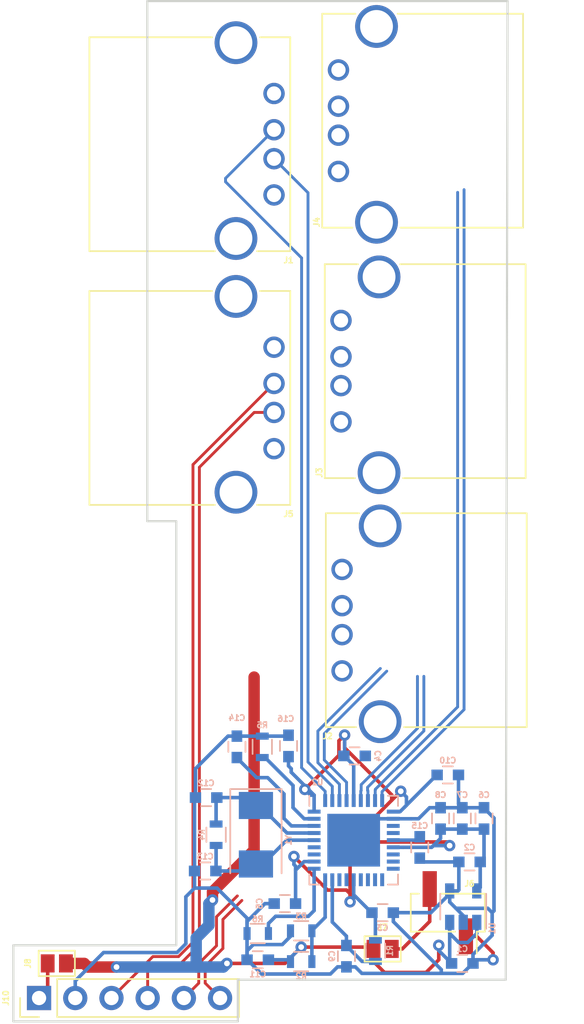
<source format=kicad_pcb>
(kicad_pcb (version 20171130) (host pcbnew "(5.0.0)")
  (layers (0 F.Cu signal) (31 B.Cu signal) (34 B.Paste user) (35 F.Paste user) (36 B.SilkS user) (37 F.SilkS user) (38 B.Mask user) (39 F.Mask user) (44 Edge.Cuts user))
  (net 0 "")
  (net 1 GND)
  (net 2 +5V)
  (net 3 +3V3)
  (net 4 "Net-(J4-Pad5)")
  (net 5 "Net-(C9-Pad2)")
  (net 6 "Net-(C12-Pad1)")
  (net 7 "Net-(C13-Pad1)")
  (net 8 "Net-(C14-Pad2)")
  (net 9 "Net-(C15-Pad2)")
  (net 10 "Net-(J5-Pad5)")
  (net 11 "Net-(J6-Pad2)")
  (net 12 "Net-(J10-Pad1)")
  (net 13 "Net-(R2-Pad1)")
  (net 14 "Net-(R5-Pad1)")
  (net 15 "Net-(R6-Pad1)")
  (net 16 USB1+)
  (net 17 USB1-)
  (net 18 USB2+)
  (net 19 USB2-)
  (net 20 USB3+)
  (net 21 USB3-)
  (net 22 USB4-)
  (net 23 USB4+)
  (net 24 USB5+)
  (net 25 USB5-)
  (net 26 USB_UP+)
  (net 27 USB_UP-)
  (module Crystals:Crystal_SMD_Abracon_ABM3-2pin_5.0x3.2mm (layer B.Cu) (at 245.11 153.035 270)
    (fp_text reference Y1 (at 0.381 -2.286 270) (layer B.SilkS) (effects (font (size 0.4 0.4) (thickness 0.1)) (justify mirror)))
    (fp_text value 25MHz/50ppm)
    (pad 1 smd rect (at -2.05 0 270) (size 1.9 2.4) (layers B.Cu B.Paste B.Mask) (net 6 "Net-(C12-Pad1)"))
    (pad 2 smd rect (at 2.05 0 270) (size 1.9 2.4) (layers B.Cu B.Paste B.Mask) (net 7 "Net-(C13-Pad1)"))
  )
  (module Pin_Headers:Pin_Header_Straight_1x02_Pitch2.54mm_SMD_Pin1Right (layer F.Cu) (at 258.572 158.496 270)
    (fp_text reference J6 (at -2.032 -1.524) (layer F.SilkS) (effects (font (size 0.4 0.4) (thickness 0.1))))
    (fp_text value Conn_01x02)
    (pad 2 smd rect (at -1.655 1.27 270) (size 2.51 1) (layers F.Cu F.Paste F.Mask) (net 11 "Net-(J6-Pad2)"))
    (pad 1 smd rect (at 1.655 -1.27 270) (size 2.51 1) (layers F.Cu F.Paste F.Mask) (net 1 GND))
  )
  (module Housings_DFN_QFN:QFN-36-1EP_6x6mm_Pitch0.5mm (layer B.Cu) (at 251.968 153.416 270)
    (fp_text reference U2 (at -4.064 2.54) (layer B.SilkS) (effects (font (size 0.4 0.4) (thickness 0.1)) (justify mirror)))
    (fp_text value USB2514B_Bi)
    (pad 37 smd rect (at 0 0 270) (size 3.7 3.7) (layers B.Cu B.Mask) (net 1 GND))
    (pad 36 smd rect (at -2 2.775 180) (size 0.9 0.28) (layers B.Cu B.Paste B.Mask) (net 3 +3V3))
    (pad 35 smd rect (at -1.5 2.775 180) (size 0.9 0.28) (layers B.Cu B.Paste B.Mask) (net 14 "Net-(R5-Pad1)"))
    (pad 34 smd rect (at -1 2.775 180) (size 0.9 0.28) (layers B.Cu B.Paste B.Mask) (net 8 "Net-(C14-Pad2)"))
    (pad 33 smd rect (at -0.5 2.775 180) (size 0.9 0.28) (layers B.Cu B.Paste B.Mask) (net 6 "Net-(C12-Pad1)"))
    (pad 32 smd rect (at 0 2.775 180) (size 0.9 0.28) (layers B.Cu B.Paste B.Mask) (net 7 "Net-(C13-Pad1)"))
    (pad 31 smd rect (at 0.5 2.775 180) (size 0.9 0.28) (layers B.Cu B.Paste B.Mask) (net 26 USB_UP+))
    (pad 30 smd rect (at 1 2.775 180) (size 0.9 0.28) (layers B.Cu B.Paste B.Mask) (net 27 USB_UP-))
    (pad 29 smd rect (at 1.5 2.775 180) (size 0.9 0.28) (layers B.Cu B.Paste B.Mask) (net 3 +3V3))
    (pad 28 smd rect (at 2 2.775 180) (size 0.9 0.28) (layers B.Cu B.Paste B.Mask) (net 15 "Net-(R6-Pad1)"))
    (pad 27 smd rect (at 2.775 2 270) (size 0.9 0.28) (layers B.Cu B.Paste B.Mask) (net 13 "Net-(R2-Pad1)"))
    (pad 26 smd rect (at 2.775 1.5 270) (size 0.9 0.28) (layers B.Cu B.Paste B.Mask) (net 5 "Net-(C9-Pad2)"))
    (pad 25 smd rect (at 2.775 1 270) (size 0.9 0.28) (layers B.Cu B.Paste B.Mask))
    (pad 24 smd rect (at 2.775 0.5 270) (size 0.9 0.28) (layers B.Cu B.Paste B.Mask))
    (pad 23 smd rect (at 2.775 0 270) (size 0.9 0.28) (layers B.Cu B.Paste B.Mask) (net 3 +3V3))
    (pad 22 smd rect (at 2.775 -0.5 270) (size 0.9 0.28) (layers B.Cu B.Paste B.Mask))
    (pad 21 smd rect (at 2.775 -1 270) (size 0.9 0.28) (layers B.Cu B.Paste B.Mask))
    (pad 20 smd rect (at 2.775 -1.5 270) (size 0.9 0.28) (layers B.Cu B.Paste B.Mask))
    (pad 19 smd rect (at 2.775 -2 270) (size 0.9 0.28) (layers B.Cu B.Paste B.Mask))
    (pad 18 smd rect (at 2 -2.775 180) (size 0.9 0.28) (layers B.Cu B.Paste B.Mask))
    (pad 17 smd rect (at 1.5 -2.775 180) (size 0.9 0.28) (layers B.Cu B.Paste B.Mask))
    (pad 16 smd rect (at 1 -2.775 180) (size 0.9 0.28) (layers B.Cu B.Paste B.Mask))
    (pad 15 smd rect (at 0.5 -2.775 180) (size 0.9 0.28) (layers B.Cu B.Paste B.Mask) (net 3 +3V3))
    (pad 14 smd rect (at 0 -2.775 180) (size 0.9 0.28) (layers B.Cu B.Paste B.Mask) (net 9 "Net-(C15-Pad2)"))
    (pad 13 smd rect (at -0.5 -2.775 180) (size 0.9 0.28) (layers B.Cu B.Paste B.Mask))
    (pad 12 smd rect (at -1 -2.775 180) (size 0.9 0.28) (layers B.Cu B.Paste B.Mask))
    (pad 11 smd rect (at -1.5 -2.775 180) (size 0.9 0.28) (layers B.Cu B.Paste B.Mask) (net 1 GND))
    (pad 10 smd rect (at -2 -2.775 180) (size 0.9 0.28) (layers B.Cu B.Paste B.Mask) (net 3 +3V3))
    (pad 9 smd rect (at -2.775 -2 270) (size 0.9 0.28) (layers B.Cu B.Paste B.Mask) (net 23 USB4+))
    (pad 8 smd rect (at -2.775 -1.5 270) (size 0.9 0.28) (layers B.Cu B.Paste B.Mask) (net 22 USB4-))
    (pad 7 smd rect (at -2.775 -1 270) (size 0.9 0.28) (layers B.Cu B.Paste B.Mask) (net 20 USB3+))
    (pad 6 smd rect (at -2.775 -0.5 270) (size 0.9 0.28) (layers B.Cu B.Paste B.Mask) (net 21 USB3-))
    (pad 5 smd rect (at -2.775 0 270) (size 0.9 0.28) (layers B.Cu B.Paste B.Mask) (net 3 +3V3))
    (pad 4 smd rect (at -2.775 0.5 270) (size 0.9 0.28) (layers B.Cu B.Paste B.Mask) (net 18 USB2+))
    (pad 3 smd rect (at -2.775 1 270) (size 0.9 0.28) (layers B.Cu B.Paste B.Mask) (net 19 USB2-))
    (pad 2 smd rect (at -2.775 1.5 270) (size 0.9 0.28) (layers B.Cu B.Paste B.Mask) (net 16 USB1+))
    (pad 1 smd rect (at -2.775 2 270) (size 0.9 0.28) (layers B.Cu B.Paste B.Mask) (net 17 USB1-))
  )
  (module ucan_custom:UCCB_outline (layer F.Cu) (at 246.38 101.092 270)
    (fp_text reference J1 (at 11.684 -1.016) (layer F.SilkS) (effects (font (size 0.4 0.4) (thickness 0.1))))
    (fp_text value USB_A)
    (pad 4 thru_hole circle (at 7.11 0 180) (size 1.5 1.5) (drill 1) (layers *.Cu *.Mask) (net 1 GND))
    (pad 3 thru_hole circle (at 4.57 0 180) (size 1.5 1.5) (drill 1) (layers *.Cu *.Mask) (net 16 USB1+))
    (pad 2 thru_hole circle (at 2.54 0 180) (size 1.5 1.5) (drill 1) (layers *.Cu *.Mask) (net 17 USB1-))
    (pad 1 thru_hole circle (at 0 0 180) (size 1.5 1.5) (drill 1) (layers *.Cu *.Mask) (net 2 +5V))
    (pad 5 thru_hole circle (at 10.16 2.67 180) (size 3 3) (drill 2.3) (layers *.Cu *.Mask) (net 1 GND))
    (pad 5 thru_hole circle (at -3.56 2.67 180) (size 3 3) (drill 2.3) (layers *.Cu *.Mask) (net 1 GND))
  )
  (module ucan_custom:UCCB_outline (layer F.Cu) (at 251.1552 141.5542 90)
    (fp_text reference J2 (at -4.572 -1.016 -180) (layer F.SilkS) (effects (font (size 0.4 0.4) (thickness 0.1))))
    (fp_text value USB_A)
    (pad 4 thru_hole circle (at 7.11 0) (size 1.5 1.5) (drill 1) (layers *.Cu *.Mask) (net 1 GND))
    (pad 3 thru_hole circle (at 4.57 0) (size 1.5 1.5) (drill 1) (layers *.Cu *.Mask) (net 18 USB2+))
    (pad 2 thru_hole circle (at 2.54 0) (size 1.5 1.5) (drill 1) (layers *.Cu *.Mask) (net 19 USB2-))
    (pad 1 thru_hole circle (at 0 0) (size 1.5 1.5) (drill 1) (layers *.Cu *.Mask) (net 2 +5V))
    (pad 5 thru_hole circle (at 10.16 2.67) (size 3 3) (drill 2.3) (layers *.Cu *.Mask) (net 1 GND))
    (pad 5 thru_hole circle (at -3.56 2.67) (size 3 3) (drill 2.3) (layers *.Cu *.Mask) (net 1 GND))
  )
  (module Capacitors_SMD:C_0603 (layer B.Cu) (at 259.588 162.052 180)
    (fp_text reference C1 (at 0 1.016 180) (layer B.SilkS) (effects (font (size 0.4 0.4) (thickness 0.1)) (justify mirror)))
    (fp_text value 100n)
    (pad 1 smd rect (at -0.75 0 180) (size 0.8 0.75) (layers B.Cu B.Paste B.Mask) (net 1 GND))
    (pad 2 smd rect (at 0.75 0 180) (size 0.8 0.75) (layers B.Cu B.Paste B.Mask) (net 2 +5V))
  )
  (module Capacitors_SMD:C_0603 (layer B.Cu) (at 260.096 154.94)
    (fp_text reference C2 (at 0 -1.016) (layer B.SilkS) (effects (font (size 0.4 0.4) (thickness 0.1)) (justify mirror)))
    (fp_text value 100n)
    (pad 2 smd rect (at 0.75 0) (size 0.8 0.75) (layers B.Cu B.Paste B.Mask) (net 3 +3V3))
    (pad 1 smd rect (at -0.75 0) (size 0.8 0.75) (layers B.Cu B.Paste B.Mask) (net 1 GND))
  )
  (module Capacitors_SMD:C_0603 (layer B.Cu) (at 254 158.496)
    (fp_text reference C3 (at 0 1.064409) (layer B.SilkS) (effects (font (size 0.4 0.4) (thickness 0.1)) (justify mirror)))
    (fp_text value 100n)
    (pad 1 smd rect (at -0.75 0) (size 0.8 0.75) (layers B.Cu B.Paste B.Mask) (net 3 +3V3))
    (pad 2 smd rect (at 0.75 0) (size 0.8 0.75) (layers B.Cu B.Paste B.Mask) (net 1 GND))
  )
  (module Capacitors_SMD:C_0603 (layer B.Cu) (at 252.0315 147.5105)
    (fp_text reference C4 (at 1.651 0 270) (layer B.SilkS) (effects (font (size 0.4 0.4) (thickness 0.1)) (justify mirror)))
    (fp_text value 100n)
    (pad 2 smd rect (at 0.75 0) (size 0.8 0.75) (layers B.Cu B.Paste B.Mask) (net 1 GND))
    (pad 1 smd rect (at -0.75 0) (size 0.8 0.75) (layers B.Cu B.Paste B.Mask) (net 3 +3V3))
  )
  (module Capacitors_SMD:C_0603 (layer B.Cu) (at 247.142 157.861 180)
    (fp_text reference C5 (at 1.778 0 90) (layer B.SilkS) (effects (font (size 0.4 0.4) (thickness 0.1)) (justify mirror)))
    (fp_text value 100n)
    (pad 1 smd rect (at -0.75 0 180) (size 0.8 0.75) (layers B.Cu B.Paste B.Mask) (net 3 +3V3))
    (pad 2 smd rect (at 0.75 0 180) (size 0.8 0.75) (layers B.Cu B.Paste B.Mask) (net 1 GND))
  )
  (module Capacitors_SMD:C_0603 (layer B.Cu) (at 261.112 151.892 90)
    (fp_text reference C6 (at 1.651 0) (layer B.SilkS) (effects (font (size 0.4 0.4) (thickness 0.1)) (justify mirror)))
    (fp_text value 100n)
    (pad 2 smd rect (at 0.75 0 90) (size 0.8 0.75) (layers B.Cu B.Paste B.Mask) (net 1 GND))
    (pad 1 smd rect (at -0.75 0 90) (size 0.8 0.75) (layers B.Cu B.Paste B.Mask) (net 3 +3V3))
  )
  (module Capacitors_SMD:C_0603 (layer B.Cu) (at 259.588 151.892 90)
    (fp_text reference C7 (at 1.651 0 180) (layer B.SilkS) (effects (font (size 0.4 0.4) (thickness 0.1)) (justify mirror)))
    (fp_text value 100n)
    (pad 1 smd rect (at -0.75 0 90) (size 0.8 0.75) (layers B.Cu B.Paste B.Mask) (net 3 +3V3))
    (pad 2 smd rect (at 0.75 0 90) (size 0.8 0.75) (layers B.Cu B.Paste B.Mask) (net 1 GND))
  )
  (module Capacitors_SMD:C_0603 (layer B.Cu) (at 258.064 151.892 90)
    (fp_text reference C8 (at 1.651 0 180) (layer B.SilkS) (effects (font (size 0.4 0.4) (thickness 0.1)) (justify mirror)))
    (fp_text value 4.7u)
    (pad 2 smd rect (at 0.75 0 90) (size 0.8 0.75) (layers B.Cu B.Paste B.Mask) (net 1 GND))
    (pad 1 smd rect (at -0.75 0 90) (size 0.8 0.75) (layers B.Cu B.Paste B.Mask) (net 3 +3V3))
  )
  (module ucan_custom:UCCB_outline (layer F.Cu) (at 250.9012 106.553 90)
    (fp_text reference J4 (at -3.556 -1.524 90) (layer F.SilkS) (effects (font (size 0.4 0.4) (thickness 0.1))))
    (fp_text value USB_A)
    (pad 5 thru_hole circle (at -3.56 2.67) (size 3 3) (drill 2.3) (layers *.Cu *.Mask) (net 4 "Net-(J4-Pad5)"))
    (pad 5 thru_hole circle (at 10.16 2.67) (size 3 3) (drill 2.3) (layers *.Cu *.Mask) (net 4 "Net-(J4-Pad5)"))
    (pad 1 thru_hole circle (at 0 0) (size 1.5 1.5) (drill 1) (layers *.Cu *.Mask) (net 2 +5V))
    (pad 2 thru_hole circle (at 2.54 0) (size 1.5 1.5) (drill 1) (layers *.Cu *.Mask) (net 22 USB4-))
    (pad 3 thru_hole circle (at 4.57 0) (size 1.5 1.5) (drill 1) (layers *.Cu *.Mask) (net 23 USB4+))
    (pad 4 thru_hole circle (at 7.11 0) (size 1.5 1.5) (drill 1) (layers *.Cu *.Mask) (net 1 GND))
  )
  (module ucan_custom:UCCB_outline (layer F.Cu) (at 246.38 118.872 270)
    (fp_text reference J5 (at 11.684 -1.016) (layer F.SilkS) (effects (font (size 0.4 0.4) (thickness 0.1))))
    (fp_text value USB_A)
    (pad 4 thru_hole circle (at 7.11 0 180) (size 1.5 1.5) (drill 1) (layers *.Cu *.Mask) (net 1 GND))
    (pad 3 thru_hole circle (at 4.57 0 180) (size 1.5 1.5) (drill 1) (layers *.Cu *.Mask) (net 24 USB5+))
    (pad 2 thru_hole circle (at 2.54 0 180) (size 1.5 1.5) (drill 1) (layers *.Cu *.Mask) (net 25 USB5-))
    (pad 1 thru_hole circle (at 0 0 180) (size 1.5 1.5) (drill 1) (layers *.Cu *.Mask) (net 2 +5V))
    (pad 5 thru_hole circle (at 10.16 2.67 180) (size 3 3) (drill 2.3) (layers *.Cu *.Mask) (net 10 "Net-(J5-Pad5)"))
    (pad 5 thru_hole circle (at -3.56 2.67 180) (size 3 3) (drill 2.3) (layers *.Cu *.Mask) (net 10 "Net-(J5-Pad5)"))
  )
  (module TO_SOT_Packages_SMD:SOT-23-5 (layer B.Cu) (at 259.654 158.072 90)
    (fp_text reference U1 (at -1.524 2.032 90) (layer B.SilkS) (effects (font (size 0.4 0.4) (thickness 0.1)) (justify mirror)))
    (fp_text value MIC5504-3.3YM5)
    (pad 5 smd rect (at 1.1 0.95 90) (size 1.06 0.65) (layers B.Cu B.Paste B.Mask) (net 3 +3V3))
    (pad 4 smd rect (at 1.1 -0.95 90) (size 1.06 0.65) (layers B.Cu B.Paste B.Mask) (net 1 GND))
    (pad 3 smd rect (at -1.1 -0.95 90) (size 1.06 0.65) (layers B.Cu B.Paste B.Mask) (net 2 +5V))
    (pad 2 smd rect (at -1.1 0 90) (size 1.06 0.65) (layers B.Cu B.Paste B.Mask) (net 1 GND))
    (pad 1 smd rect (at -1.1 0.95 90) (size 1.06 0.65) (layers B.Cu B.Paste B.Mask) (net 2 +5V))
  )
  (module Capacitors_SMD:C_0603 (layer B.Cu) (at 251.46 161.544 90)
    (fp_text reference C9 (at 0 -1.016 90) (layer B.SilkS) (effects (font (size 0.4 0.4) (thickness 0.1)) (justify mirror)))
    (fp_text value 0,1uF)
    (pad 2 smd rect (at 0.75 0 90) (size 0.8 0.75) (layers B.Cu B.Paste B.Mask) (net 5 "Net-(C9-Pad2)"))
    (pad 1 smd rect (at -0.75 0 90) (size 0.8 0.75) (layers B.Cu B.Paste B.Mask) (net 1 GND))
  )
  (module Capacitors_SMD:C_0603 (layer B.Cu) (at 258.572 148.844)
    (fp_text reference C10 (at 0 -1.016) (layer B.SilkS) (effects (font (size 0.4 0.4) (thickness 0.1)) (justify mirror)))
    (fp_text value 100n)
    (pad 2 smd rect (at 0.75 0) (size 0.8 0.75) (layers B.Cu B.Paste B.Mask) (net 1 GND))
    (pad 1 smd rect (at -0.75 0) (size 0.8 0.75) (layers B.Cu B.Paste B.Mask) (net 3 +3V3))
  )
  (module Capacitors_SMD:C_0603 (layer B.Cu) (at 245.237 161.798)
    (fp_text reference C11 (at 0 1.016) (layer B.SilkS) (effects (font (size 0.4 0.4) (thickness 0.1)) (justify mirror)))
    (fp_text value 1uF)
    (pad 1 smd rect (at -0.75 0) (size 0.8 0.75) (layers B.Cu B.Paste B.Mask) (net 1 GND))
    (pad 2 smd rect (at 0.75 0) (size 0.8 0.75) (layers B.Cu B.Paste B.Mask) (net 2 +5V))
  )
  (module Capacitors_SMD:C_0603 (layer B.Cu) (at 241.6175 150.4315 180)
    (fp_text reference C12 (at 0 1.016 180) (layer B.SilkS) (effects (font (size 0.4 0.4) (thickness 0.1)) (justify mirror)))
    (fp_text value 18p)
    (pad 1 smd rect (at -0.75 0 180) (size 0.8 0.75) (layers B.Cu B.Paste B.Mask) (net 6 "Net-(C12-Pad1)"))
    (pad 2 smd rect (at 0.75 0 180) (size 0.8 0.75) (layers B.Cu B.Paste B.Mask) (net 1 GND))
  )
  (module Capacitors_SMD:C_0603 (layer B.Cu) (at 241.554 155.575 180)
    (fp_text reference C13 (at 0 1.016 180) (layer B.SilkS) (effects (font (size 0.4 0.4) (thickness 0.1)) (justify mirror)))
    (fp_text value 18p)
    (pad 2 smd rect (at 0.75 0 180) (size 0.8 0.75) (layers B.Cu B.Paste B.Mask) (net 1 GND))
    (pad 1 smd rect (at -0.75 0 180) (size 0.8 0.75) (layers B.Cu B.Paste B.Mask) (net 7 "Net-(C13-Pad1)"))
  )
  (module Capacitors_SMD:C_0603 (layer B.Cu) (at 243.7765 146.8755 270)
    (fp_text reference C14 (at -2.032 0) (layer B.SilkS) (effects (font (size 0.4 0.4) (thickness 0.1)) (justify mirror)))
    (fp_text value 0,1u)
    (pad 1 smd rect (at -0.75 0 270) (size 0.8 0.75) (layers B.Cu B.Paste B.Mask) (net 1 GND))
    (pad 2 smd rect (at 0.75 0 270) (size 0.8 0.75) (layers B.Cu B.Paste B.Mask) (net 8 "Net-(C14-Pad2)"))
  )
  (module Capacitors_SMD:C_0603 (layer B.Cu) (at 256.6035 153.924 90)
    (fp_text reference C15 (at 1.524 0 180) (layer B.SilkS) (effects (font (size 0.4 0.4) (thickness 0.1)) (justify mirror)))
    (fp_text value 0,1u)
    (pad 1 smd rect (at -0.75 0 90) (size 0.8 0.75) (layers B.Cu B.Paste B.Mask) (net 1 GND))
    (pad 2 smd rect (at 0.75 0 90) (size 0.8 0.75) (layers B.Cu B.Paste B.Mask) (net 9 "Net-(C15-Pad2)"))
  )
  (module Connectors:GS2 (layer F.Cu) (at 254 161.036 90)
    (fp_text reference J7 (at 1.524 0 180) (layer F.SilkS) (effects (font (size 0.4 0.4) (thickness 0.1))))
    (fp_text value GS2)
    (pad 1 smd rect (at 0 -0.64 90) (size 1.27 0.97) (layers F.Cu F.Paste F.Mask) (net 2 +5V))
    (pad 2 smd rect (at 0 0.64 90) (size 1.27 0.97) (layers F.Cu F.Paste F.Mask) (net 11 "Net-(J6-Pad2)"))
  )
  (module Connectors:GS2 (layer F.Cu) (at 231.14 162.052 90)
    (fp_text reference J8 (at 0 -2.032 90) (layer F.SilkS) (effects (font (size 0.4 0.4) (thickness 0.1))))
    (fp_text value GS2)
    (pad 2 smd rect (at 0 0.64 90) (size 1.27 0.97) (layers F.Cu F.Paste F.Mask) (net 2 +5V))
    (pad 1 smd rect (at 0 -0.64 90) (size 1.27 0.97) (layers F.Cu F.Paste F.Mask) (net 12 "Net-(J10-Pad1)"))
  )
  (module Pin_Headers:Pin_Header_Straight_1x06_Pitch2.54mm (layer F.Cu) (at 229.8954 164.4777 90)
    (fp_text reference J10 (at 0 -2.33 90) (layer F.SilkS) (effects (font (size 0.4 0.4) (thickness 0.1))))
    (fp_text value OrangePiCon)
    (pad 6 thru_hole oval (at 0 12.7 90) (size 1.7 1.7) (drill 1) (layers *.Cu *.Mask) (net 26 USB_UP+))
    (pad 5 thru_hole oval (at 0 10.16 90) (size 1.7 1.7) (drill 1) (layers *.Cu *.Mask) (net 27 USB_UP-))
    (pad 4 thru_hole oval (at 0 7.62 90) (size 1.7 1.7) (drill 1) (layers *.Cu *.Mask) (net 24 USB5+))
    (pad 3 thru_hole oval (at 0 5.08 90) (size 1.7 1.7) (drill 1) (layers *.Cu *.Mask) (net 25 USB5-))
    (pad 2 thru_hole oval (at 0 2.54 90) (size 1.7 1.7) (drill 1) (layers *.Cu *.Mask) (net 1 GND))
    (pad 1 thru_hole rect (at 0 0 90) (size 1.7 1.7) (drill 1) (layers *.Cu *.Mask) (net 12 "Net-(J10-Pad1)"))
  )
  (module Resistors_SMD:R_0603 (layer B.Cu) (at 253.492 161.163 270)
    (fp_text reference R1 (at 0 -1.016 270) (layer B.SilkS) (effects (font (size 0.4 0.4) (thickness 0.1)) (justify mirror)))
    (fp_text value 100k)
    (pad 1 smd rect (at -0.75 0 270) (size 0.5 0.9) (layers B.Cu B.Paste B.Mask) (net 3 +3V3))
    (pad 2 smd rect (at 0.75 0 270) (size 0.5 0.9) (layers B.Cu B.Paste B.Mask) (net 5 "Net-(C9-Pad2)"))
  )
  (module Resistors_SMD:R_0603 (layer B.Cu) (at 248.285 161.925 180)
    (fp_text reference R2 (at 0 -1.016 180) (layer B.SilkS) (effects (font (size 0.4 0.4) (thickness 0.1)) (justify mirror)))
    (fp_text value 100k)
    (pad 1 smd rect (at -0.75 0 180) (size 0.5 0.9) (layers B.Cu B.Paste B.Mask) (net 13 "Net-(R2-Pad1)"))
    (pad 2 smd rect (at 0.75 0 180) (size 0.5 0.9) (layers B.Cu B.Paste B.Mask) (net 2 +5V))
  )
  (module Resistors_SMD:R_0603 (layer B.Cu) (at 248.285 159.766)
    (fp_text reference R3 (at 0 -1.016) (layer B.SilkS) (effects (font (size 0.4 0.4) (thickness 0.1)) (justify mirror)))
    (fp_text value 100k)
    (pad 2 smd rect (at 0.75 0) (size 0.5 0.9) (layers B.Cu B.Paste B.Mask) (net 13 "Net-(R2-Pad1)"))
    (pad 1 smd rect (at -0.75 0) (size 0.5 0.9) (layers B.Cu B.Paste B.Mask) (net 1 GND))
  )
  (module Resistors_SMD:R_0603 (layer B.Cu) (at 242.316 153.035 270)
    (fp_text reference R4 (at 0 1.016 270) (layer B.SilkS) (effects (font (size 0.4 0.4) (thickness 0.1)) (justify mirror)))
    (fp_text value 1M)
    (pad 2 smd rect (at 0.75 0 270) (size 0.5 0.9) (layers B.Cu B.Paste B.Mask) (net 7 "Net-(C13-Pad1)"))
    (pad 1 smd rect (at -0.75 0 270) (size 0.5 0.9) (layers B.Cu B.Paste B.Mask) (net 6 "Net-(C12-Pad1)"))
  )
  (module Resistors_SMD:R_0603 (layer B.Cu) (at 245.5545 146.8755 90)
    (fp_text reference R5 (at 1.524 0 180) (layer B.SilkS) (effects (font (size 0.4 0.4) (thickness 0.1)) (justify mirror)))
    (fp_text value "12k(1%)")
    (pad 2 smd rect (at 0.75 0 90) (size 0.5 0.9) (layers B.Cu B.Paste B.Mask) (net 1 GND))
    (pad 1 smd rect (at -0.75 0 90) (size 0.5 0.9) (layers B.Cu B.Paste B.Mask) (net 14 "Net-(R5-Pad1)"))
  )
  (module Resistors_SMD:R_0603 (layer B.Cu) (at 245.237 159.9565 180)
    (fp_text reference R6 (at 0 1.016 180) (layer B.SilkS) (effects (font (size 0.4 0.4) (thickness 0.1)) (justify mirror)))
    (fp_text value 100k)
    (pad 2 smd rect (at 0.75 0 180) (size 0.5 0.9) (layers B.Cu B.Paste B.Mask) (net 1 GND))
    (pad 1 smd rect (at -0.75 0 180) (size 0.5 0.9) (layers B.Cu B.Paste B.Mask) (net 15 "Net-(R6-Pad1)"))
  )
  (module ucan_custom:UCCB_outline (layer F.Cu) (at 251.079 124.1044 90)
    (fp_text reference J3 (at -3.556 -1.524 90) (layer F.SilkS) (effects (font (size 0.4 0.4) (thickness 0.1))))
    (fp_text value USB_A)
    (pad 4 thru_hole circle (at 7.11 0) (size 1.5 1.5) (drill 1) (layers *.Cu *.Mask) (net 1 GND))
    (pad 3 thru_hole circle (at 4.57 0) (size 1.5 1.5) (drill 1) (layers *.Cu *.Mask) (net 20 USB3+))
    (pad 2 thru_hole circle (at 2.54 0) (size 1.5 1.5) (drill 1) (layers *.Cu *.Mask) (net 21 USB3-))
    (pad 1 thru_hole circle (at 0 0) (size 1.5 1.5) (drill 1) (layers *.Cu *.Mask) (net 2 +5V))
    (pad 5 thru_hole circle (at 10.16 2.67) (size 3 3) (drill 2.3) (layers *.Cu *.Mask) (net 1 GND))
    (pad 5 thru_hole circle (at -3.56 2.67) (size 3 3) (drill 2.3) (layers *.Cu *.Mask) (net 1 GND))
  )
  (module Capacitors_SMD:C_0603 (layer B.Cu) (at 247.396 146.812 90)
    (fp_text reference C16 (at 1.905 -0.1905 180) (layer B.SilkS) (effects (font (size 0.4 0.4) (thickness 0.1)) (justify mirror)))
    (fp_text value 100n)
    (pad 1 smd rect (at -0.75 0 90) (size 0.8 0.75) (layers B.Cu B.Paste B.Mask) (net 3 +3V3))
    (pad 2 smd rect (at 0.75 0 90) (size 0.8 0.75) (layers B.Cu B.Paste B.Mask) (net 1 GND))
  )
  (gr_line (start 237.49 131.064) (end 239.522 131.064) (layer Edge.Cuts) (width 0.15))
  (gr_line (start 237.49 131.064) (end 237.49 94.615) (layer Edge.Cuts) (width 0.15))
  (gr_line (start 243.84 163.195) (end 262.636 163.195) (layer Edge.Cuts) (width 0.15))
  (gr_line (start 243.84 166.116) (end 243.84 163.195) (layer Edge.Cuts) (width 0.15))
  (gr_line (start 243.84 166.116) (end 228.092 166.116) (layer Edge.Cuts) (width 0.15))
  (gr_line (start 262.763 94.615) (end 262.636 163.195) (layer Edge.Cuts) (width 0.15))
  (gr_line (start 237.49 94.615) (end 262.763 94.615) (layer Edge.Cuts) (width 0.15))
  (gr_line (start 239.522 160.782) (end 239.522 131.064) (layer Edge.Cuts) (width 0.15))
  (gr_line (start 228.092 160.782) (end 239.522 160.782) (layer Edge.Cuts) (width 0.15))
  (gr_line (start 228.092 166.116) (end 228.092 160.782) (layer Edge.Cuts) (width 0.15))
  (segment (start 244.487 159.116) (end 244.487 159.2565) (width 0.25) (layer B.Cu) (net 1))
  (segment (start 246.392 157.861) (end 245.742 157.861) (width 0.25) (layer B.Cu) (net 1))
  (segment (start 245.742 157.861) (end 244.487 159.116) (width 0.25) (layer B.Cu) (net 1))
  (segment (start 244.487 159.9565) (end 244.487 161.798) (width 0.25) (layer B.Cu) (net 1))
  (segment (start 247.535 160.1565) (end 247.535 159.9565) (width 0.25) (layer B.Cu) (net 1))
  (segment (start 246.959999 160.731501) (end 247.535 160.1565) (width 0.25) (layer B.Cu) (net 1))
  (segment (start 244.928499 160.731501) (end 246.959999 160.731501) (width 0.25) (layer B.Cu) (net 1))
  (segment (start 244.487 161.798) (end 244.487 161.173) (width 0.25) (layer B.Cu) (net 1))
  (segment (start 244.487 161.173) (end 244.928499 160.731501) (width 0.25) (layer B.Cu) (net 1))
  (segment (start 240.804 150.495) (end 240.8675 150.4315) (width 0.25) (layer B.Cu) (net 1))
  (segment (start 240.804 155.575) (end 240.804 150.495) (width 0.25) (layer B.Cu) (net 1))
  (segment (start 261.112 151.142) (end 257.29 151.142) (width 0.25) (layer B.Cu) (net 1))
  (segment (start 256.008 151.916) (end 254.743 151.916) (width 0.25) (layer B.Cu) (net 1))
  (segment (start 257.29 151.142) (end 256.516 151.916) (width 0.25) (layer B.Cu) (net 1))
  (segment (start 259.279 156.972) (end 258.704 156.972) (width 0.25) (layer B.Cu) (net 1))
  (segment (start 259.346 154.94) (end 259.346 156.905) (width 0.25) (layer B.Cu) (net 1))
  (segment (start 259.346 156.905) (end 259.279 156.972) (width 0.25) (layer B.Cu) (net 1))
  (segment (start 256.516 151.916) (end 256.008 151.916) (width 0.25) (layer B.Cu) (net 1))
  (segment (start 259.654 158.702) (end 259.654 159.172) (width 0.25) (layer B.Cu) (net 1))
  (segment (start 258.704 156.972) (end 258.704 157.752) (width 0.25) (layer B.Cu) (net 1))
  (segment (start 256.8575 154.94) (end 259.346 154.94) (width 0.25) (layer B.Cu) (net 1))
  (segment (start 256.667 154.7495) (end 256.8575 154.94) (width 0.25) (layer B.Cu) (net 1))
  (segment (start 259.1435 158.1915) (end 261.379 158.1915) (width 0.25) (layer B.Cu) (net 1))
  (segment (start 258.704 157.752) (end 259.1435 158.1915) (width 0.25) (layer B.Cu) (net 1))
  (segment (start 259.1435 158.1915) (end 259.654 158.702) (width 0.25) (layer B.Cu) (net 1))
  (segment (start 261.379 158.1915) (end 261.6835 158.496) (width 0.25) (layer B.Cu) (net 1))
  (segment (start 260.338 161.427) (end 260.338 162.052) (width 0.25) (layer B.Cu) (net 1))
  (segment (start 261.6835 158.496) (end 261.6835 160.0815) (width 0.25) (layer B.Cu) (net 1))
  (segment (start 261.6835 160.0815) (end 260.338 161.427) (width 0.25) (layer B.Cu) (net 1))
  (segment (start 258.704 157.177) (end 258.704 156.972) (width 0.25) (layer B.Cu) (net 1))
  (segment (start 254.75 158.496) (end 257.385 158.496) (width 0.25) (layer B.Cu) (net 1))
  (segment (start 257.385 158.496) (end 258.704 157.177) (width 0.25) (layer B.Cu) (net 1))
  (segment (start 259.322 150.876) (end 259.588 151.142) (width 0.25) (layer B.Cu) (net 1))
  (segment (start 259.322 148.844) (end 259.322 150.876) (width 0.25) (layer B.Cu) (net 1))
  (segment (start 261.812001 158.367499) (end 261.6835 158.496) (width 0.25) (layer B.Cu) (net 1))
  (segment (start 261.812001 151.867001) (end 261.812001 158.367499) (width 0.25) (layer B.Cu) (net 1))
  (segment (start 261.112 151.142) (end 261.112 151.167) (width 0.25) (layer B.Cu) (net 1))
  (segment (start 261.112 151.167) (end 261.812001 151.867001) (width 0.25) (layer B.Cu) (net 1))
  (segment (start 254.75 158.496) (end 254.75 159.121) (width 0.25) (layer B.Cu) (net 1))
  (segment (start 254.75 159.121) (end 258.112999 162.483999) (width 0.25) (layer B.Cu) (net 1))
  (segment (start 258.112999 162.483999) (end 258.112999 162.687001) (width 0.25) (layer B.Cu) (net 1))
  (segment (start 258.112999 162.687001) (end 258.177999 162.752001) (width 0.25) (layer B.Cu) (net 1))
  (segment (start 260.313 162.052) (end 260.338 162.052) (width 0.25) (layer B.Cu) (net 1))
  (segment (start 258.177999 162.752001) (end 259.612999 162.752001) (width 0.25) (layer B.Cu) (net 1))
  (segment (start 259.612999 162.752001) (end 260.313 162.052) (width 0.25) (layer B.Cu) (net 1))
  (segment (start 252.085 162.294) (end 251.46 162.294) (width 0.25) (layer B.Cu) (net 1))
  (segment (start 258.177999 162.752001) (end 252.543001 162.752001) (width 0.25) (layer B.Cu) (net 1))
  (segment (start 252.543001 162.752001) (end 252.085 162.294) (width 0.25) (layer B.Cu) (net 1))
  (segment (start 243.1515 146.1255) (end 243.7765 146.1255) (width 0.25) (layer B.Cu) (net 1))
  (segment (start 240.8675 150.4315) (end 240.8675 148.4095) (width 0.25) (layer B.Cu) (net 1))
  (segment (start 240.8675 148.4095) (end 243.1515 146.1255) (width 0.25) (layer B.Cu) (net 1))
  (segment (start 247.3325 146.1255) (end 247.396 146.062) (width 0.25) (layer B.Cu) (net 1))
  (segment (start 243.7765 146.1255) (end 247.3325 146.1255) (width 0.25) (layer B.Cu) (net 1))
  (segment (start 244.512 161.798) (end 244.487 161.798) (width 0.25) (layer B.Cu) (net 1))
  (segment (start 245.50899 162.79499) (end 244.512 161.798) (width 0.25) (layer B.Cu) (net 1))
  (segment (start 250.33401 162.79499) (end 245.50899 162.79499) (width 0.25) (layer B.Cu) (net 1))
  (segment (start 251.46 162.294) (end 250.835 162.294) (width 0.25) (layer B.Cu) (net 1))
  (segment (start 250.835 162.294) (end 250.33401 162.79499) (width 0.25) (layer B.Cu) (net 1))
  (segment (start 253.468 151.916) (end 251.968 153.416) (width 0.25) (layer B.Cu) (net 1))
  (segment (start 254.743 151.916) (end 253.468 151.916) (width 0.25) (layer B.Cu) (net 1))
  (segment (start 240.804 155.575) (end 240.804 156.7735) (width 0.25) (layer B.Cu) (net 1))
  (segment (start 260.592 160.151) (end 261.747 161.306) (width 0.25) (layer F.Cu) (net 1))
  (segment (start 259.842 160.151) (end 260.592 160.151) (width 0.25) (layer F.Cu) (net 1))
  (via (at 261.747 161.798) (size 0.8) (drill 0.4) (layers F.Cu B.Cu) (net 1))
  (segment (start 261.747 161.306) (end 261.747 161.798) (width 0.25) (layer F.Cu) (net 1))
  (segment (start 260.592 161.798) (end 260.338 162.052) (width 0.25) (layer B.Cu) (net 1))
  (segment (start 261.747 161.798) (end 260.592 161.798) (width 0.25) (layer B.Cu) (net 1))
  (segment (start 239.579699 161.29) (end 240.193989 160.67571) (width 0.25) (layer B.Cu) (net 1))
  (segment (start 232.4354 163.275619) (end 234.421019 161.29) (width 0.25) (layer B.Cu) (net 1))
  (segment (start 232.4354 164.4777) (end 232.4354 163.275619) (width 0.25) (layer B.Cu) (net 1))
  (segment (start 240.193989 160.67571) (end 240.193989 157.383511) (width 0.25) (layer B.Cu) (net 1))
  (segment (start 240.193989 157.383511) (end 240.804 156.7735) (width 0.25) (layer B.Cu) (net 1))
  (segment (start 234.421019 161.29) (end 239.579699 161.29) (width 0.25) (layer B.Cu) (net 1))
  (segment (start 244.487 159.2565) (end 244.487 159.9565) (width 0.25) (layer B.Cu) (net 1))
  (segment (start 240.804 156.7735) (end 242.38082 156.7735) (width 0.25) (layer B.Cu) (net 1))
  (segment (start 244.487 158.87968) (end 244.487 159.2565) (width 0.25) (layer B.Cu) (net 1))
  (segment (start 242.38082 156.7735) (end 244.487 158.87968) (width 0.25) (layer B.Cu) (net 1))
  (segment (start 245.987 161.798) (end 247.535 161.798) (width 0.25) (layer B.Cu) (net 2))
  (segment (start 258.704 161.918) (end 258.838 162.052) (width 0.25) (layer B.Cu) (net 2))
  (segment (start 258.704 159.172) (end 258.704 161.918) (width 0.25) (layer B.Cu) (net 2))
  (segment (start 260.604 159.952) (end 259.969 160.587) (width 0.25) (layer B.Cu) (net 2))
  (segment (start 260.604 159.172) (end 260.604 159.952) (width 0.25) (layer B.Cu) (net 2))
  (segment (start 258.704 159.952) (end 258.704 159.172) (width 0.25) (layer B.Cu) (net 2))
  (segment (start 259.969 160.587) (end 259.339 160.587) (width 0.25) (layer B.Cu) (net 2))
  (segment (start 259.339 160.587) (end 258.704 159.952) (width 0.25) (layer B.Cu) (net 2))
  (via (at 248.285 160.909) (size 0.8) (drill 0.4) (layers F.Cu B.Cu) (net 2))
  (segment (start 247.535 161.925) (end 247.535 161.659) (width 0.25) (layer B.Cu) (net 2))
  (segment (start 247.535 161.659) (end 248.285 160.909) (width 0.25) (layer B.Cu) (net 2))
  (segment (start 253.233 160.909) (end 253.36 161.036) (width 0.25) (layer F.Cu) (net 2))
  (segment (start 248.285 160.909) (end 253.233 160.909) (width 0.25) (layer F.Cu) (net 2))
  (segment (start 253.36 161.921) (end 254.126 162.687) (width 0.25) (layer F.Cu) (net 2))
  (segment (start 253.36 161.036) (end 253.36 161.921) (width 0.25) (layer F.Cu) (net 2))
  (segment (start 254.126 162.687) (end 257.048 162.687) (width 0.25) (layer F.Cu) (net 2))
  (segment (start 257.048 162.687) (end 257.937 161.798) (width 0.25) (layer F.Cu) (net 2))
  (via (at 257.937 160.782) (size 0.8) (drill 0.4) (layers F.Cu B.Cu) (net 2))
  (segment (start 257.937 161.798) (end 257.937 160.782) (width 0.25) (layer F.Cu) (net 2))
  (segment (start 257.937 161.151) (end 258.838 162.052) (width 0.25) (layer B.Cu) (net 2))
  (segment (start 257.937 160.782) (end 257.937 161.151) (width 0.25) (layer B.Cu) (net 2))
  (via (at 243.078 162.052) (size 0.8) (drill 0.4) (layers F.Cu B.Cu) (net 2))
  (segment (start 242.824 162.052) (end 243.078 162.052) (width 0.25) (layer B.Cu) (net 2))
  (segment (start 247.142 162.052) (end 248.285 160.909) (width 0.25) (layer F.Cu) (net 2))
  (segment (start 243.078 162.052) (end 247.142 162.052) (width 0.25) (layer F.Cu) (net 2))
  (segment (start 233.065 162.052) (end 233.319 162.306) (width 0.8) (layer F.Cu) (net 2))
  (segment (start 231.78 162.052) (end 233.065 162.052) (width 0.8) (layer F.Cu) (net 2))
  (via (at 235.331 162.306) (size 0.8) (drill 0.4) (layers F.Cu B.Cu) (net 2))
  (segment (start 233.319 162.306) (end 235.331 162.306) (width 0.8) (layer F.Cu) (net 2))
  (segment (start 242.824 162.306) (end 243.078 162.052) (width 0.8) (layer B.Cu) (net 2))
  (segment (start 240.919 162.306) (end 242.824 162.306) (width 0.8) (layer B.Cu) (net 2))
  (segment (start 235.331 162.306) (end 240.919 162.306) (width 0.8) (layer B.Cu) (net 2))
  (via (at 242.062 157.607) (size 0.8) (drill 0.4) (layers F.Cu B.Cu) (net 2))
  (segment (start 241.808 157.861) (end 242.062 157.607) (width 0.8) (layer B.Cu) (net 2))
  (segment (start 241.808 159.385) (end 241.808 157.861) (width 0.8) (layer B.Cu) (net 2))
  (segment (start 240.919 162.306) (end 240.919 160.274) (width 0.8) (layer B.Cu) (net 2))
  (segment (start 240.919 160.274) (end 241.808 159.385) (width 0.8) (layer B.Cu) (net 2))
  (segment (start 242.062 157.041315) (end 244.983 154.120315) (width 0.8) (layer F.Cu) (net 2))
  (segment (start 242.062 157.607) (end 242.062 157.041315) (width 0.8) (layer F.Cu) (net 2))
  (segment (start 244.983 154.120315) (end 244.983 141.986) (width 0.8) (layer F.Cu) (net 2))
  (segment (start 248.493 154.916) (end 249.193 154.916) (width 0.25) (layer B.Cu) (net 3))
  (segment (start 247.892 157.861) (end 247.892 155.517) (width 0.25) (layer B.Cu) (net 3))
  (segment (start 247.892 155.517) (end 248.493 154.916) (width 0.25) (layer B.Cu) (net 3))
  (segment (start 247.396 148.212) (end 247.5865 148.4025) (width 0.25) (layer B.Cu) (net 3))
  (segment (start 247.396 147.562) (end 247.396 148.212) (width 0.25) (layer B.Cu) (net 3))
  (segment (start 247.5865 148.4025) (end 247.5865 148.6535) (width 0.25) (layer B.Cu) (net 3))
  (segment (start 249.193 150.26) (end 249.193 151.416) (width 0.25) (layer B.Cu) (net 3))
  (segment (start 247.5865 148.6535) (end 249.193 150.26) (width 0.25) (layer B.Cu) (net 3))
  (segment (start 251.3065 147.5105) (end 251.2815 147.5105) (width 0.25) (layer B.Cu) (net 3))
  (segment (start 251.968 150.641) (end 251.968 148.172) (width 0.25) (layer B.Cu) (net 3))
  (segment (start 251.968 148.172) (end 251.3065 147.5105) (width 0.25) (layer B.Cu) (net 3))
  (segment (start 253.225 158.496) (end 253.25 158.496) (width 0.25) (layer B.Cu) (net 3))
  (segment (start 251.968 156.191) (end 251.968 157.239) (width 0.25) (layer B.Cu) (net 3))
  (segment (start 251.968 157.239) (end 253.225 158.496) (width 0.25) (layer B.Cu) (net 3))
  (segment (start 257.797 148.844) (end 257.822 148.844) (width 0.25) (layer B.Cu) (net 3))
  (segment (start 254.743 151.416) (end 255.225 151.416) (width 0.25) (layer B.Cu) (net 3))
  (segment (start 258.064 152.667) (end 258.064 152.642) (width 0.25) (layer B.Cu) (net 3))
  (segment (start 258.064 152.642) (end 261.112 152.642) (width 0.25) (layer B.Cu) (net 3))
  (segment (start 261.354 152.884) (end 261.112 152.642) (width 0.25) (layer B.Cu) (net 3))
  (segment (start 260.846 156.73) (end 260.604 156.972) (width 0.25) (layer B.Cu) (net 3))
  (segment (start 260.846 154.94) (end 260.846 156.73) (width 0.25) (layer B.Cu) (net 3))
  (segment (start 255.443 153.916) (end 254.743 153.916) (width 0.25) (layer B.Cu) (net 3))
  (segment (start 257.44 153.916) (end 255.443 153.916) (width 0.25) (layer B.Cu) (net 3))
  (segment (start 258.064 152.642) (end 258.064 153.292) (width 0.25) (layer B.Cu) (net 3))
  (segment (start 258.064 153.292) (end 257.44 153.916) (width 0.25) (layer B.Cu) (net 3))
  (segment (start 261.112 154.674) (end 260.846 154.94) (width 0.25) (layer B.Cu) (net 3))
  (segment (start 261.112 152.642) (end 261.112 154.674) (width 0.25) (layer B.Cu) (net 3))
  (segment (start 253.492 158.738) (end 253.25 158.496) (width 0.25) (layer B.Cu) (net 3))
  (segment (start 253.492 160.413) (end 253.492 158.738) (width 0.25) (layer B.Cu) (net 3))
  (via (at 251.714 157.734) (size 0.8) (drill 0.4) (layers F.Cu B.Cu) (net 3))
  (segment (start 251.968 157.239) (end 251.968 157.48) (width 0.25) (layer B.Cu) (net 3))
  (segment (start 251.968 157.48) (end 251.714 157.734) (width 0.25) (layer B.Cu) (net 3))
  (segment (start 251.714 157.168315) (end 251.46 156.914315) (width 0.25) (layer F.Cu) (net 3))
  (segment (start 251.714 157.734) (end 251.714 157.168315) (width 0.25) (layer F.Cu) (net 3))
  (via (at 247.777 154.559) (size 0.8) (drill 0.4) (layers F.Cu B.Cu) (net 3))
  (segment (start 251.46 156.914315) (end 250.132315 156.914315) (width 0.25) (layer F.Cu) (net 3))
  (segment (start 250.132315 156.914315) (end 247.777 154.559) (width 0.25) (layer F.Cu) (net 3))
  (segment (start 247.892 155.239685) (end 247.892 155.517) (width 0.25) (layer B.Cu) (net 3))
  (segment (start 247.777 154.559) (end 247.777 155.124685) (width 0.25) (layer B.Cu) (net 3))
  (segment (start 247.777 155.124685) (end 247.892 155.239685) (width 0.25) (layer B.Cu) (net 3))
  (segment (start 251.714 157.168315) (end 251.714 153.543) (width 0.25) (layer F.Cu) (net 3))
  (via (at 255.27 149.987) (size 0.8) (drill 0.4) (layers F.Cu B.Cu) (net 3))
  (segment (start 255.669999 150.971001) (end 255.524 151.117) (width 0.25) (layer B.Cu) (net 3))
  (segment (start 255.669999 150.386999) (end 255.669999 150.971001) (width 0.25) (layer B.Cu) (net 3))
  (segment (start 255.27 149.987) (end 255.669999 150.386999) (width 0.25) (layer B.Cu) (net 3))
  (segment (start 255.225 151.416) (end 255.524 151.117) (width 0.25) (layer B.Cu) (net 3))
  (segment (start 255.524 151.117) (end 257.797 148.844) (width 0.25) (layer B.Cu) (net 3))
  (segment (start 251.714 153.543) (end 254.635 150.622) (width 0.25) (layer F.Cu) (net 3))
  (segment (start 254.635 150.622) (end 255.27 149.987) (width 0.25) (layer F.Cu) (net 3))
  (via (at 251.333 146.05) (size 0.8) (drill 0.4) (layers F.Cu B.Cu) (net 3))
  (segment (start 251.333 147.459) (end 251.2815 147.5105) (width 0.25) (layer B.Cu) (net 3))
  (segment (start 251.333 146.05) (end 251.333 147.459) (width 0.25) (layer B.Cu) (net 3))
  (segment (start 251.333 146.558) (end 251.333 146.05) (width 0.25) (layer F.Cu) (net 3))
  (segment (start 251.333 146.939) (end 251.333 146.558) (width 0.25) (layer F.Cu) (net 3))
  (segment (start 254.635 150.622) (end 254.635 150.241) (width 0.25) (layer F.Cu) (net 3))
  (segment (start 254.635 150.241) (end 251.333 146.939) (width 0.25) (layer F.Cu) (net 3))
  (segment (start 250.933001 146.449999) (end 250.933001 147.465999) (width 0.25) (layer F.Cu) (net 3))
  (segment (start 251.333 146.05) (end 250.933001 146.449999) (width 0.25) (layer F.Cu) (net 3))
  (segment (start 250.933001 147.465999) (end 248.539 149.86) (width 0.25) (layer F.Cu) (net 3))
  (via (at 248.539 149.86) (size 0.8) (drill 0.4) (layers F.Cu B.Cu) (net 3))
  (segment (start 248.938999 150.259999) (end 248.539 149.86) (width 0.25) (layer B.Cu) (net 3))
  (segment (start 249.193 150.26) (end 248.938999 150.259999) (width 0.25) (layer B.Cu) (net 3))
  (segment (start 251.714 153.543) (end 258.572 153.543) (width 0.25) (layer F.Cu) (net 3))
  (via (at 258.699 153.797) (size 0.8) (drill 0.4) (layers F.Cu B.Cu) (net 3))
  (segment (start 258.572 153.543) (end 258.699 153.67) (width 0.25) (layer F.Cu) (net 3))
  (segment (start 258.699 153.67) (end 258.699 153.797) (width 0.25) (layer F.Cu) (net 3))
  (segment (start 259.588 152.642) (end 259.588 152.908) (width 0.25) (layer B.Cu) (net 3))
  (segment (start 257.559 153.797) (end 257.44 153.916) (width 0.25) (layer B.Cu) (net 3))
  (segment (start 257.559 153.797) (end 258.699 153.797) (width 0.25) (layer B.Cu) (net 3))
  (segment (start 250.468 159.152) (end 250.468 156.191) (width 0.25) (layer B.Cu) (net 5))
  (segment (start 251.46 160.794) (end 251.46 160.144) (width 0.25) (layer B.Cu) (net 5))
  (segment (start 251.46 160.144) (end 250.468 159.152) (width 0.25) (layer B.Cu) (net 5))
  (segment (start 251.46 160.819) (end 251.46 160.794) (width 0.25) (layer B.Cu) (net 5))
  (segment (start 253.492 161.913) (end 252.554 161.913) (width 0.25) (layer B.Cu) (net 5))
  (segment (start 252.554 161.913) (end 251.46 160.819) (width 0.25) (layer B.Cu) (net 5))
  (segment (start 248.493 152.916) (end 249.193 152.916) (width 0.25) (layer B.Cu) (net 6))
  (segment (start 247.291 152.916) (end 248.493 152.916) (width 0.25) (layer B.Cu) (net 6))
  (segment (start 245.11 150.985) (end 245.36 150.985) (width 0.25) (layer B.Cu) (net 6))
  (segment (start 245.36 150.985) (end 247.291 152.916) (width 0.25) (layer B.Cu) (net 6))
  (segment (start 244.5565 150.4315) (end 245.11 150.985) (width 0.25) (layer B.Cu) (net 6))
  (segment (start 242.3675 150.4315) (end 244.5565 150.4315) (width 0.25) (layer B.Cu) (net 6))
  (segment (start 242.316 150.483) (end 242.3675 150.4315) (width 0.25) (layer B.Cu) (net 6))
  (segment (start 242.316 152.285) (end 242.316 150.483) (width 0.25) (layer B.Cu) (net 6))
  (segment (start 248.493 153.416) (end 249.193 153.416) (width 0.25) (layer B.Cu) (net 7))
  (segment (start 247.269 153.416) (end 248.493 153.416) (width 0.25) (layer B.Cu) (net 7))
  (segment (start 245.11 155.085) (end 245.6 155.085) (width 0.25) (layer B.Cu) (net 7))
  (segment (start 245.6 155.085) (end 247.269 153.416) (width 0.25) (layer B.Cu) (net 7))
  (segment (start 244.62 155.575) (end 245.11 155.085) (width 0.25) (layer B.Cu) (net 7))
  (segment (start 242.304 155.575) (end 244.62 155.575) (width 0.25) (layer B.Cu) (net 7))
  (segment (start 242.316 155.563) (end 242.304 155.575) (width 0.25) (layer B.Cu) (net 7))
  (segment (start 242.316 153.785) (end 242.316 155.563) (width 0.25) (layer B.Cu) (net 7))
  (segment (start 243.7765 147.6505) (end 245.1605 149.0345) (width 0.25) (layer B.Cu) (net 8))
  (segment (start 243.7765 147.6255) (end 243.7765 147.6505) (width 0.25) (layer B.Cu) (net 8))
  (segment (start 245.1605 149.0345) (end 245.9355 149.0345) (width 0.25) (layer B.Cu) (net 8))
  (segment (start 245.9355 149.0345) (end 247.0785 150.1775) (width 0.25) (layer B.Cu) (net 8))
  (segment (start 247.0785 150.1775) (end 247.0785 151.892) (width 0.25) (layer B.Cu) (net 8))
  (segment (start 247.6025 152.416) (end 249.193 152.416) (width 0.25) (layer B.Cu) (net 8))
  (segment (start 247.0785 151.892) (end 247.6025 152.416) (width 0.25) (layer B.Cu) (net 8))
  (segment (start 256.3615 153.416) (end 254.743 153.416) (width 0.25) (layer B.Cu) (net 9))
  (segment (start 256.6035 153.174) (end 256.3615 153.416) (width 0.25) (layer B.Cu) (net 9))
  (segment (start 257.302 158.346) (end 257.302 156.841) (width 0.25) (layer F.Cu) (net 11))
  (segment (start 257.302 159.109) (end 257.302 158.346) (width 0.25) (layer F.Cu) (net 11))
  (segment (start 254.64 161.036) (end 255.375 161.036) (width 0.25) (layer F.Cu) (net 11))
  (segment (start 255.375 161.036) (end 257.302 159.109) (width 0.25) (layer F.Cu) (net 11))
  (segment (start 230.5 163.8731) (end 229.8954 164.4777) (width 0.25) (layer F.Cu) (net 12))
  (segment (start 230.5 162.052) (end 230.5 163.8731) (width 0.25) (layer F.Cu) (net 12))
  (segment (start 249.035 161.798) (end 249.035 159.9565) (width 0.25) (layer B.Cu) (net 13))
  (segment (start 249.968 158.8235) (end 249.968 156.191) (width 0.25) (layer B.Cu) (net 13))
  (segment (start 249.035 159.9565) (end 249.035 159.7565) (width 0.25) (layer B.Cu) (net 13))
  (segment (start 249.035 159.7565) (end 249.968 158.8235) (width 0.25) (layer B.Cu) (net 13))
  (segment (start 245.7545 147.6255) (end 245.5545 147.6255) (width 0.25) (layer B.Cu) (net 14))
  (segment (start 247.7135 149.5845) (end 245.7545 147.6255) (width 0.25) (layer B.Cu) (net 14))
  (segment (start 247.7135 151.1365) (end 247.7135 149.5845) (width 0.25) (layer B.Cu) (net 14))
  (segment (start 249.193 151.916) (end 248.493 151.916) (width 0.25) (layer B.Cu) (net 14))
  (segment (start 248.493 151.916) (end 247.7135 151.1365) (width 0.25) (layer B.Cu) (net 14))
  (segment (start 249.193 158.35) (end 249.193 155.416) (width 0.25) (layer B.Cu) (net 15))
  (segment (start 248.793 158.75) (end 249.193 158.35) (width 0.25) (layer B.Cu) (net 15))
  (segment (start 246.4935 158.75) (end 248.793 158.75) (width 0.25) (layer B.Cu) (net 15))
  (segment (start 245.987 159.9565) (end 245.987 159.2565) (width 0.25) (layer B.Cu) (net 15))
  (segment (start 245.987 159.2565) (end 246.4935 158.75) (width 0.25) (layer B.Cu) (net 15))
  (segment (start 250.468 150.641) (end 250.468 149.6431) (width 0.2) (layer B.Cu) (net 16))
  (segment (start 247.129999 106.411999) (end 246.38 105.662) (width 0.2) (layer B.Cu) (net 16))
  (segment (start 248.764 108.046) (end 247.129999 106.411999) (width 0.2) (layer B.Cu) (net 16))
  (segment (start 248.764 147.9391) (end 248.764 108.046) (width 0.2) (layer B.Cu) (net 16))
  (segment (start 250.468 149.6431) (end 248.764 147.9391) (width 0.2) (layer B.Cu) (net 16))
  (segment (start 249.968 149.991) (end 248.313989 148.336989) (width 0.2) (layer B.Cu) (net 17))
  (segment (start 248.313989 148.336989) (end 248.313989 112.615199) (width 0.2) (layer B.Cu) (net 17))
  (segment (start 245.630001 104.381999) (end 246.38 103.632) (width 0.2) (layer B.Cu) (net 17))
  (segment (start 248.313989 112.615199) (end 242.979989 107.2812) (width 0.2) (layer B.Cu) (net 17))
  (segment (start 242.979989 107.032011) (end 245.630001 104.381999) (width 0.2) (layer B.Cu) (net 17))
  (segment (start 249.968 150.641) (end 249.968 149.991) (width 0.2) (layer B.Cu) (net 17))
  (segment (start 242.979989 107.2812) (end 242.979989 107.032011) (width 0.2) (layer B.Cu) (net 17))
  (segment (start 251.468 149.3593) (end 249.907 147.7983) (width 0.2) (layer B.Cu) (net 18))
  (segment (start 251.468 150.641) (end 251.468 149.3593) (width 0.2) (layer B.Cu) (net 18))
  (segment (start 249.907 147.7983) (end 249.907 145.9527) (width 0.2) (layer B.Cu) (net 18))
  (segment (start 249.907 145.9527) (end 253.9686 141.8911) (width 0.2) (layer B.Cu) (net 18))
  (segment (start 253.9686 141.8911) (end 254.2885 141.5712) (width 0.2) (layer B.Cu) (net 18))
  (segment (start 250.968 149.4957) (end 249.457 147.9847) (width 0.2) (layer B.Cu) (net 19))
  (segment (start 250.968 150.641) (end 250.968 149.4957) (width 0.2) (layer B.Cu) (net 19))
  (segment (start 249.457 147.9847) (end 249.457 145.7663) (width 0.2) (layer B.Cu) (net 19))
  (segment (start 249.457 145.7663) (end 253.6504 141.5729) (width 0.2) (layer B.Cu) (net 19))
  (segment (start 253.6504 141.5729) (end 253.8385 141.3848) (width 0.2) (layer B.Cu) (net 19))
  (segment (start 252.943 149.940999) (end 252.943 149.7112) (width 0.2) (layer B.Cu) (net 20))
  (segment (start 252.968 149.965999) (end 252.943 149.940999) (width 0.2) (layer B.Cu) (net 20))
  (segment (start 252.968 150.641) (end 252.968 149.965999) (width 0.2) (layer B.Cu) (net 20))
  (segment (start 252.943 149.7112) (end 256.892 145.7622) (width 0.2) (layer B.Cu) (net 20))
  (segment (start 256.892 145.7622) (end 256.892 141.9352) (width 0.2) (layer B.Cu) (net 20))
  (segment (start 252.493 149.940999) (end 252.493 149.5248) (width 0.2) (layer B.Cu) (net 21))
  (segment (start 252.468 150.641) (end 252.468 149.965999) (width 0.2) (layer B.Cu) (net 21))
  (segment (start 252.468 149.965999) (end 252.493 149.940999) (width 0.2) (layer B.Cu) (net 21))
  (segment (start 252.493 149.5248) (end 256.442 145.5758) (width 0.2) (layer B.Cu) (net 21))
  (segment (start 256.442 145.5758) (end 256.442 141.9352) (width 0.2) (layer B.Cu) (net 21))
  (segment (start 253.493 149.8456) (end 259.2614 144.0772) (width 0.2) (layer B.Cu) (net 22))
  (segment (start 253.493 149.895998) (end 253.493 149.8456) (width 0.2) (layer B.Cu) (net 22))
  (segment (start 259.2614 144.0772) (end 259.2614 108.0178) (width 0.2) (layer B.Cu) (net 22))
  (segment (start 253.477999 149.910999) (end 253.493 149.895998) (width 0.2) (layer B.Cu) (net 22))
  (segment (start 253.477999 150.321001) (end 253.477999 149.910999) (width 0.2) (layer B.Cu) (net 22))
  (segment (start 253.468 150.641) (end 253.468 150.331) (width 0.2) (layer B.Cu) (net 22))
  (segment (start 253.468 150.331) (end 253.477999 150.321001) (width 0.2) (layer B.Cu) (net 22))
  (segment (start 253.968 150.331) (end 253.958001 150.321001) (width 0.2) (layer B.Cu) (net 23))
  (segment (start 253.968 150.641) (end 253.968 150.331) (width 0.2) (layer B.Cu) (net 23))
  (segment (start 253.958001 150.321001) (end 253.958001 150.016999) (width 0.2) (layer B.Cu) (net 23))
  (segment (start 253.958001 150.016999) (end 259.7114 144.2636) (width 0.2) (layer B.Cu) (net 23))
  (segment (start 259.7114 144.2636) (end 259.7114 107.8314) (width 0.2) (layer B.Cu) (net 23))
  (segment (start 244.986397 123.442) (end 246.38 123.442) (width 0.2) (layer F.Cu) (net 24))
  (segment (start 241.144 160.7482) (end 241.144 127.284397) (width 0.2) (layer F.Cu) (net 24))
  (segment (start 238.066497 162.023) (end 239.8692 162.023) (width 0.2) (layer F.Cu) (net 24))
  (segment (start 237.5154 164.4777) (end 237.5154 162.574097) (width 0.2) (layer F.Cu) (net 24))
  (segment (start 241.144 127.284397) (end 244.986397 123.442) (width 0.2) (layer F.Cu) (net 24))
  (segment (start 239.8692 162.023) (end 241.144 160.7482) (width 0.2) (layer F.Cu) (net 24))
  (segment (start 237.5154 162.574097) (end 238.066497 162.023) (width 0.2) (layer F.Cu) (net 24))
  (segment (start 234.9754 164.4777) (end 235.007298 164.4777) (width 0.25) (layer F.Cu) (net 25))
  (segment (start 244.668198 123.123802) (end 246.38 121.412) (width 0.2) (layer F.Cu) (net 25))
  (segment (start 240.694 127.098) (end 244.668198 123.123802) (width 0.2) (layer F.Cu) (net 25))
  (segment (start 240.694 160.5618) (end 240.694 127.098) (width 0.2) (layer F.Cu) (net 25))
  (segment (start 234.9754 164.4777) (end 237.8801 161.573) (width 0.2) (layer F.Cu) (net 25))
  (segment (start 237.8801 161.573) (end 239.6828 161.573) (width 0.2) (layer F.Cu) (net 25))
  (segment (start 239.6828 161.573) (end 240.694 160.5618) (width 0.2) (layer F.Cu) (net 25))
  (segment (start 241.5504 163.4327) (end 241.5504 162.2468) (width 0.2) (layer F.Cu) (net 26))
  (segment (start 242.5954 164.4777) (end 241.5504 163.4327) (width 0.2) (layer F.Cu) (net 26))
  (segment (start 241.5504 162.2468) (end 242.795 161.0022) (width 0.2) (layer F.Cu) (net 26))
  (segment (start 242.795 161.0022) (end 242.795 158.9702) (width 0.2) (layer F.Cu) (net 26))
  (segment (start 242.795 158.9702) (end 244.1261 157.6391) (width 0.2) (layer F.Cu) (net 26))
  (segment (start 240.0554 164.4777) (end 241.1004 163.4327) (width 0.2) (layer F.Cu) (net 27))
  (segment (start 241.1004 163.4327) (end 241.1004 162.0604) (width 0.2) (layer F.Cu) (net 27))
  (segment (start 241.1004 162.0604) (end 242.345 160.8158) (width 0.2) (layer F.Cu) (net 27))
  (segment (start 242.345 160.8158) (end 242.345 158.7838) (width 0.2) (layer F.Cu) (net 27))
  (segment (start 242.345 158.7838) (end 243.8079 157.3209) (width 0.2) (layer F.Cu) (net 27))
)
</source>
